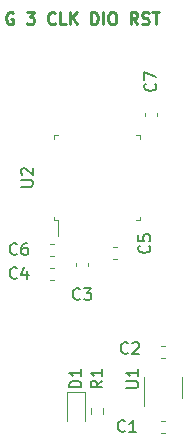
<source format=gto>
%TF.GenerationSoftware,KiCad,Pcbnew,(5.1.10)-1*%
%TF.CreationDate,2021-10-10T23:46:45-04:00*%
%TF.ProjectId,STM_SimpleBreakout,53544d5f-5369-46d7-906c-65427265616b,rev?*%
%TF.SameCoordinates,Original*%
%TF.FileFunction,Legend,Top*%
%TF.FilePolarity,Positive*%
%FSLAX46Y46*%
G04 Gerber Fmt 4.6, Leading zero omitted, Abs format (unit mm)*
G04 Created by KiCad (PCBNEW (5.1.10)-1) date 2021-10-10 23:46:45*
%MOMM*%
%LPD*%
G01*
G04 APERTURE LIST*
%ADD10C,0.254000*%
%ADD11C,0.120000*%
%ADD12C,0.150000*%
%ADD13O,1.700000X1.700000*%
%ADD14R,1.700000X1.700000*%
%ADD15R,0.650000X1.060000*%
G04 APERTURE END LIST*
D10*
X156197904Y-78994000D02*
X156101142Y-78945619D01*
X155956000Y-78945619D01*
X155810857Y-78994000D01*
X155714095Y-79090761D01*
X155665714Y-79187523D01*
X155617333Y-79381047D01*
X155617333Y-79526190D01*
X155665714Y-79719714D01*
X155714095Y-79816476D01*
X155810857Y-79913238D01*
X155956000Y-79961619D01*
X156052761Y-79961619D01*
X156197904Y-79913238D01*
X156246285Y-79864857D01*
X156246285Y-79526190D01*
X156052761Y-79526190D01*
X157359047Y-78945619D02*
X157988000Y-78945619D01*
X157649333Y-79332666D01*
X157794476Y-79332666D01*
X157891238Y-79381047D01*
X157939619Y-79429428D01*
X157988000Y-79526190D01*
X157988000Y-79768095D01*
X157939619Y-79864857D01*
X157891238Y-79913238D01*
X157794476Y-79961619D01*
X157504190Y-79961619D01*
X157407428Y-79913238D01*
X157359047Y-79864857D01*
X159778095Y-79864857D02*
X159729714Y-79913238D01*
X159584571Y-79961619D01*
X159487809Y-79961619D01*
X159342666Y-79913238D01*
X159245904Y-79816476D01*
X159197523Y-79719714D01*
X159149142Y-79526190D01*
X159149142Y-79381047D01*
X159197523Y-79187523D01*
X159245904Y-79090761D01*
X159342666Y-78994000D01*
X159487809Y-78945619D01*
X159584571Y-78945619D01*
X159729714Y-78994000D01*
X159778095Y-79042380D01*
X160697333Y-79961619D02*
X160213523Y-79961619D01*
X160213523Y-78945619D01*
X161036000Y-79961619D02*
X161036000Y-78945619D01*
X161616571Y-79961619D02*
X161181142Y-79381047D01*
X161616571Y-78945619D02*
X161036000Y-79526190D01*
X162826095Y-79961619D02*
X162826095Y-78945619D01*
X163068000Y-78945619D01*
X163213142Y-78994000D01*
X163309904Y-79090761D01*
X163358285Y-79187523D01*
X163406666Y-79381047D01*
X163406666Y-79526190D01*
X163358285Y-79719714D01*
X163309904Y-79816476D01*
X163213142Y-79913238D01*
X163068000Y-79961619D01*
X162826095Y-79961619D01*
X163842095Y-79961619D02*
X163842095Y-78945619D01*
X164519428Y-78945619D02*
X164712952Y-78945619D01*
X164809714Y-78994000D01*
X164906476Y-79090761D01*
X164954857Y-79284285D01*
X164954857Y-79622952D01*
X164906476Y-79816476D01*
X164809714Y-79913238D01*
X164712952Y-79961619D01*
X164519428Y-79961619D01*
X164422666Y-79913238D01*
X164325904Y-79816476D01*
X164277523Y-79622952D01*
X164277523Y-79284285D01*
X164325904Y-79090761D01*
X164422666Y-78994000D01*
X164519428Y-78945619D01*
X166744952Y-79961619D02*
X166406285Y-79477809D01*
X166164380Y-79961619D02*
X166164380Y-78945619D01*
X166551428Y-78945619D01*
X166648190Y-78994000D01*
X166696571Y-79042380D01*
X166744952Y-79139142D01*
X166744952Y-79284285D01*
X166696571Y-79381047D01*
X166648190Y-79429428D01*
X166551428Y-79477809D01*
X166164380Y-79477809D01*
X167132000Y-79913238D02*
X167277142Y-79961619D01*
X167519047Y-79961619D01*
X167615809Y-79913238D01*
X167664190Y-79864857D01*
X167712571Y-79768095D01*
X167712571Y-79671333D01*
X167664190Y-79574571D01*
X167615809Y-79526190D01*
X167519047Y-79477809D01*
X167325523Y-79429428D01*
X167228761Y-79381047D01*
X167180380Y-79332666D01*
X167132000Y-79235904D01*
X167132000Y-79139142D01*
X167180380Y-79042380D01*
X167228761Y-78994000D01*
X167325523Y-78945619D01*
X167567428Y-78945619D01*
X167712571Y-78994000D01*
X168002857Y-78945619D02*
X168583428Y-78945619D01*
X168293142Y-79961619D02*
X168293142Y-78945619D01*
D11*
%TO.C,R1*%
X162799500Y-112476276D02*
X162799500Y-112985724D01*
X163844500Y-112476276D02*
X163844500Y-112985724D01*
%TO.C,D1*%
X160809000Y-111116000D02*
X160809000Y-113576000D01*
X162279000Y-111116000D02*
X160809000Y-111116000D01*
X162279000Y-113576000D02*
X162279000Y-111116000D01*
%TO.C,U2*%
X166932000Y-89654000D02*
X166932000Y-89354000D01*
X166932000Y-89354000D02*
X166632000Y-89354000D01*
X166932000Y-96274000D02*
X166932000Y-96574000D01*
X166932000Y-96574000D02*
X166632000Y-96574000D01*
X159712000Y-89654000D02*
X159712000Y-89354000D01*
X159712000Y-89354000D02*
X160012000Y-89354000D01*
X159712000Y-96274000D02*
X159712000Y-96574000D01*
X159712000Y-96574000D02*
X160012000Y-96574000D01*
X160012000Y-96574000D02*
X160012000Y-97889000D01*
%TO.C,U1*%
X170520000Y-111644000D02*
X170520000Y-109844000D01*
X167300000Y-109844000D02*
X167300000Y-112294000D01*
%TO.C,C7*%
X168404000Y-87483733D02*
X168404000Y-87776267D01*
X167384000Y-87483733D02*
X167384000Y-87776267D01*
%TO.C,C6*%
X159365733Y-98550000D02*
X159658267Y-98550000D01*
X159365733Y-99570000D02*
X159658267Y-99570000D01*
%TO.C,C5*%
X164992267Y-99824000D02*
X164699733Y-99824000D01*
X164992267Y-98804000D02*
X164699733Y-98804000D01*
%TO.C,C4*%
X159365733Y-100582000D02*
X159658267Y-100582000D01*
X159365733Y-101602000D02*
X159658267Y-101602000D01*
%TO.C,C3*%
X161542000Y-100476267D02*
X161542000Y-100183733D01*
X162562000Y-100476267D02*
X162562000Y-100183733D01*
%TO.C,C2*%
X168763733Y-107186000D02*
X169056267Y-107186000D01*
X168763733Y-108206000D02*
X169056267Y-108206000D01*
%TO.C,C1*%
X168763733Y-113536000D02*
X169056267Y-113536000D01*
X168763733Y-114556000D02*
X169056267Y-114556000D01*
%TO.C,R1*%
D12*
X163784380Y-110148666D02*
X163308190Y-110482000D01*
X163784380Y-110720095D02*
X162784380Y-110720095D01*
X162784380Y-110339142D01*
X162832000Y-110243904D01*
X162879619Y-110196285D01*
X162974857Y-110148666D01*
X163117714Y-110148666D01*
X163212952Y-110196285D01*
X163260571Y-110243904D01*
X163308190Y-110339142D01*
X163308190Y-110720095D01*
X163784380Y-109196285D02*
X163784380Y-109767714D01*
X163784380Y-109482000D02*
X162784380Y-109482000D01*
X162927238Y-109577238D01*
X163022476Y-109672476D01*
X163070095Y-109767714D01*
%TO.C,D1*%
X161996380Y-110720095D02*
X160996380Y-110720095D01*
X160996380Y-110482000D01*
X161044000Y-110339142D01*
X161139238Y-110243904D01*
X161234476Y-110196285D01*
X161424952Y-110148666D01*
X161567809Y-110148666D01*
X161758285Y-110196285D01*
X161853523Y-110243904D01*
X161948761Y-110339142D01*
X161996380Y-110482000D01*
X161996380Y-110720095D01*
X161996380Y-109196285D02*
X161996380Y-109767714D01*
X161996380Y-109482000D02*
X160996380Y-109482000D01*
X161139238Y-109577238D01*
X161234476Y-109672476D01*
X161282095Y-109767714D01*
%TO.C,U2*%
X156894380Y-93725904D02*
X157703904Y-93725904D01*
X157799142Y-93678285D01*
X157846761Y-93630666D01*
X157894380Y-93535428D01*
X157894380Y-93344952D01*
X157846761Y-93249714D01*
X157799142Y-93202095D01*
X157703904Y-93154476D01*
X156894380Y-93154476D01*
X156989619Y-92725904D02*
X156942000Y-92678285D01*
X156894380Y-92583047D01*
X156894380Y-92344952D01*
X156942000Y-92249714D01*
X156989619Y-92202095D01*
X157084857Y-92154476D01*
X157180095Y-92154476D01*
X157322952Y-92202095D01*
X157894380Y-92773523D01*
X157894380Y-92154476D01*
%TO.C,U1*%
X165822380Y-110743904D02*
X166631904Y-110743904D01*
X166727142Y-110696285D01*
X166774761Y-110648666D01*
X166822380Y-110553428D01*
X166822380Y-110362952D01*
X166774761Y-110267714D01*
X166727142Y-110220095D01*
X166631904Y-110172476D01*
X165822380Y-110172476D01*
X166822380Y-109172476D02*
X166822380Y-109743904D01*
X166822380Y-109458190D02*
X165822380Y-109458190D01*
X165965238Y-109553428D01*
X166060476Y-109648666D01*
X166108095Y-109743904D01*
%TO.C,C7*%
X168251142Y-85002666D02*
X168298761Y-85050285D01*
X168346380Y-85193142D01*
X168346380Y-85288380D01*
X168298761Y-85431238D01*
X168203523Y-85526476D01*
X168108285Y-85574095D01*
X167917809Y-85621714D01*
X167774952Y-85621714D01*
X167584476Y-85574095D01*
X167489238Y-85526476D01*
X167394000Y-85431238D01*
X167346380Y-85288380D01*
X167346380Y-85193142D01*
X167394000Y-85050285D01*
X167441619Y-85002666D01*
X167346380Y-84669333D02*
X167346380Y-84002666D01*
X168346380Y-84431238D01*
%TO.C,C6*%
X156551333Y-99417142D02*
X156503714Y-99464761D01*
X156360857Y-99512380D01*
X156265619Y-99512380D01*
X156122761Y-99464761D01*
X156027523Y-99369523D01*
X155979904Y-99274285D01*
X155932285Y-99083809D01*
X155932285Y-98940952D01*
X155979904Y-98750476D01*
X156027523Y-98655238D01*
X156122761Y-98560000D01*
X156265619Y-98512380D01*
X156360857Y-98512380D01*
X156503714Y-98560000D01*
X156551333Y-98607619D01*
X157408476Y-98512380D02*
X157218000Y-98512380D01*
X157122761Y-98560000D01*
X157075142Y-98607619D01*
X156979904Y-98750476D01*
X156932285Y-98940952D01*
X156932285Y-99321904D01*
X156979904Y-99417142D01*
X157027523Y-99464761D01*
X157122761Y-99512380D01*
X157313238Y-99512380D01*
X157408476Y-99464761D01*
X157456095Y-99417142D01*
X157503714Y-99321904D01*
X157503714Y-99083809D01*
X157456095Y-98988571D01*
X157408476Y-98940952D01*
X157313238Y-98893333D01*
X157122761Y-98893333D01*
X157027523Y-98940952D01*
X156979904Y-98988571D01*
X156932285Y-99083809D01*
%TO.C,C5*%
X167743142Y-98718666D02*
X167790761Y-98766285D01*
X167838380Y-98909142D01*
X167838380Y-99004380D01*
X167790761Y-99147238D01*
X167695523Y-99242476D01*
X167600285Y-99290095D01*
X167409809Y-99337714D01*
X167266952Y-99337714D01*
X167076476Y-99290095D01*
X166981238Y-99242476D01*
X166886000Y-99147238D01*
X166838380Y-99004380D01*
X166838380Y-98909142D01*
X166886000Y-98766285D01*
X166933619Y-98718666D01*
X166838380Y-97813904D02*
X166838380Y-98290095D01*
X167314571Y-98337714D01*
X167266952Y-98290095D01*
X167219333Y-98194857D01*
X167219333Y-97956761D01*
X167266952Y-97861523D01*
X167314571Y-97813904D01*
X167409809Y-97766285D01*
X167647904Y-97766285D01*
X167743142Y-97813904D01*
X167790761Y-97861523D01*
X167838380Y-97956761D01*
X167838380Y-98194857D01*
X167790761Y-98290095D01*
X167743142Y-98337714D01*
%TO.C,C4*%
X156551333Y-101449142D02*
X156503714Y-101496761D01*
X156360857Y-101544380D01*
X156265619Y-101544380D01*
X156122761Y-101496761D01*
X156027523Y-101401523D01*
X155979904Y-101306285D01*
X155932285Y-101115809D01*
X155932285Y-100972952D01*
X155979904Y-100782476D01*
X156027523Y-100687238D01*
X156122761Y-100592000D01*
X156265619Y-100544380D01*
X156360857Y-100544380D01*
X156503714Y-100592000D01*
X156551333Y-100639619D01*
X157408476Y-100877714D02*
X157408476Y-101544380D01*
X157170380Y-100496761D02*
X156932285Y-101211047D01*
X157551333Y-101211047D01*
%TO.C,C3*%
X161885333Y-103227142D02*
X161837714Y-103274761D01*
X161694857Y-103322380D01*
X161599619Y-103322380D01*
X161456761Y-103274761D01*
X161361523Y-103179523D01*
X161313904Y-103084285D01*
X161266285Y-102893809D01*
X161266285Y-102750952D01*
X161313904Y-102560476D01*
X161361523Y-102465238D01*
X161456761Y-102370000D01*
X161599619Y-102322380D01*
X161694857Y-102322380D01*
X161837714Y-102370000D01*
X161885333Y-102417619D01*
X162218666Y-102322380D02*
X162837714Y-102322380D01*
X162504380Y-102703333D01*
X162647238Y-102703333D01*
X162742476Y-102750952D01*
X162790095Y-102798571D01*
X162837714Y-102893809D01*
X162837714Y-103131904D01*
X162790095Y-103227142D01*
X162742476Y-103274761D01*
X162647238Y-103322380D01*
X162361523Y-103322380D01*
X162266285Y-103274761D01*
X162218666Y-103227142D01*
%TO.C,C2*%
X165949333Y-107799142D02*
X165901714Y-107846761D01*
X165758857Y-107894380D01*
X165663619Y-107894380D01*
X165520761Y-107846761D01*
X165425523Y-107751523D01*
X165377904Y-107656285D01*
X165330285Y-107465809D01*
X165330285Y-107322952D01*
X165377904Y-107132476D01*
X165425523Y-107037238D01*
X165520761Y-106942000D01*
X165663619Y-106894380D01*
X165758857Y-106894380D01*
X165901714Y-106942000D01*
X165949333Y-106989619D01*
X166330285Y-106989619D02*
X166377904Y-106942000D01*
X166473142Y-106894380D01*
X166711238Y-106894380D01*
X166806476Y-106942000D01*
X166854095Y-106989619D01*
X166901714Y-107084857D01*
X166901714Y-107180095D01*
X166854095Y-107322952D01*
X166282666Y-107894380D01*
X166901714Y-107894380D01*
%TO.C,C1*%
X165695333Y-114403142D02*
X165647714Y-114450761D01*
X165504857Y-114498380D01*
X165409619Y-114498380D01*
X165266761Y-114450761D01*
X165171523Y-114355523D01*
X165123904Y-114260285D01*
X165076285Y-114069809D01*
X165076285Y-113926952D01*
X165123904Y-113736476D01*
X165171523Y-113641238D01*
X165266761Y-113546000D01*
X165409619Y-113498380D01*
X165504857Y-113498380D01*
X165647714Y-113546000D01*
X165695333Y-113593619D01*
X166647714Y-114498380D02*
X166076285Y-114498380D01*
X166362000Y-114498380D02*
X166362000Y-113498380D01*
X166266761Y-113641238D01*
X166171523Y-113736476D01*
X166076285Y-113784095D01*
%TD*%
%LPC*%
%TO.C,R1*%
G36*
G01*
X163084500Y-113156000D02*
X163559500Y-113156000D01*
G75*
G02*
X163797000Y-113393500I0J-237500D01*
G01*
X163797000Y-113893500D01*
G75*
G02*
X163559500Y-114131000I-237500J0D01*
G01*
X163084500Y-114131000D01*
G75*
G02*
X162847000Y-113893500I0J237500D01*
G01*
X162847000Y-113393500D01*
G75*
G02*
X163084500Y-113156000I237500J0D01*
G01*
G37*
G36*
G01*
X163084500Y-111331000D02*
X163559500Y-111331000D01*
G75*
G02*
X163797000Y-111568500I0J-237500D01*
G01*
X163797000Y-112068500D01*
G75*
G02*
X163559500Y-112306000I-237500J0D01*
G01*
X163084500Y-112306000D01*
G75*
G02*
X162847000Y-112068500I0J237500D01*
G01*
X162847000Y-111568500D01*
G75*
G02*
X163084500Y-111331000I237500J0D01*
G01*
G37*
%TD*%
%TO.C,D1*%
G36*
G01*
X161306500Y-113126000D02*
X161781500Y-113126000D01*
G75*
G02*
X162019000Y-113363500I0J-237500D01*
G01*
X162019000Y-113938500D01*
G75*
G02*
X161781500Y-114176000I-237500J0D01*
G01*
X161306500Y-114176000D01*
G75*
G02*
X161069000Y-113938500I0J237500D01*
G01*
X161069000Y-113363500D01*
G75*
G02*
X161306500Y-113126000I237500J0D01*
G01*
G37*
G36*
G01*
X161306500Y-111376000D02*
X161781500Y-111376000D01*
G75*
G02*
X162019000Y-111613500I0J-237500D01*
G01*
X162019000Y-112188500D01*
G75*
G02*
X161781500Y-112426000I-237500J0D01*
G01*
X161306500Y-112426000D01*
G75*
G02*
X161069000Y-112188500I0J237500D01*
G01*
X161069000Y-111613500D01*
G75*
G02*
X161306500Y-111376000I237500J0D01*
G01*
G37*
%TD*%
%TO.C,U2*%
G36*
G01*
X159772000Y-96014000D02*
X158522000Y-96014000D01*
G75*
G02*
X158397000Y-95889000I0J125000D01*
G01*
X158397000Y-95639000D01*
G75*
G02*
X158522000Y-95514000I125000J0D01*
G01*
X159772000Y-95514000D01*
G75*
G02*
X159897000Y-95639000I0J-125000D01*
G01*
X159897000Y-95889000D01*
G75*
G02*
X159772000Y-96014000I-125000J0D01*
G01*
G37*
G36*
G01*
X159772000Y-95214000D02*
X158522000Y-95214000D01*
G75*
G02*
X158397000Y-95089000I0J125000D01*
G01*
X158397000Y-94839000D01*
G75*
G02*
X158522000Y-94714000I125000J0D01*
G01*
X159772000Y-94714000D01*
G75*
G02*
X159897000Y-94839000I0J-125000D01*
G01*
X159897000Y-95089000D01*
G75*
G02*
X159772000Y-95214000I-125000J0D01*
G01*
G37*
G36*
G01*
X159772000Y-94414000D02*
X158522000Y-94414000D01*
G75*
G02*
X158397000Y-94289000I0J125000D01*
G01*
X158397000Y-94039000D01*
G75*
G02*
X158522000Y-93914000I125000J0D01*
G01*
X159772000Y-93914000D01*
G75*
G02*
X159897000Y-94039000I0J-125000D01*
G01*
X159897000Y-94289000D01*
G75*
G02*
X159772000Y-94414000I-125000J0D01*
G01*
G37*
G36*
G01*
X159772000Y-93614000D02*
X158522000Y-93614000D01*
G75*
G02*
X158397000Y-93489000I0J125000D01*
G01*
X158397000Y-93239000D01*
G75*
G02*
X158522000Y-93114000I125000J0D01*
G01*
X159772000Y-93114000D01*
G75*
G02*
X159897000Y-93239000I0J-125000D01*
G01*
X159897000Y-93489000D01*
G75*
G02*
X159772000Y-93614000I-125000J0D01*
G01*
G37*
G36*
G01*
X159772000Y-92814000D02*
X158522000Y-92814000D01*
G75*
G02*
X158397000Y-92689000I0J125000D01*
G01*
X158397000Y-92439000D01*
G75*
G02*
X158522000Y-92314000I125000J0D01*
G01*
X159772000Y-92314000D01*
G75*
G02*
X159897000Y-92439000I0J-125000D01*
G01*
X159897000Y-92689000D01*
G75*
G02*
X159772000Y-92814000I-125000J0D01*
G01*
G37*
G36*
G01*
X159772000Y-92014000D02*
X158522000Y-92014000D01*
G75*
G02*
X158397000Y-91889000I0J125000D01*
G01*
X158397000Y-91639000D01*
G75*
G02*
X158522000Y-91514000I125000J0D01*
G01*
X159772000Y-91514000D01*
G75*
G02*
X159897000Y-91639000I0J-125000D01*
G01*
X159897000Y-91889000D01*
G75*
G02*
X159772000Y-92014000I-125000J0D01*
G01*
G37*
G36*
G01*
X159772000Y-91214000D02*
X158522000Y-91214000D01*
G75*
G02*
X158397000Y-91089000I0J125000D01*
G01*
X158397000Y-90839000D01*
G75*
G02*
X158522000Y-90714000I125000J0D01*
G01*
X159772000Y-90714000D01*
G75*
G02*
X159897000Y-90839000I0J-125000D01*
G01*
X159897000Y-91089000D01*
G75*
G02*
X159772000Y-91214000I-125000J0D01*
G01*
G37*
G36*
G01*
X159772000Y-90414000D02*
X158522000Y-90414000D01*
G75*
G02*
X158397000Y-90289000I0J125000D01*
G01*
X158397000Y-90039000D01*
G75*
G02*
X158522000Y-89914000I125000J0D01*
G01*
X159772000Y-89914000D01*
G75*
G02*
X159897000Y-90039000I0J-125000D01*
G01*
X159897000Y-90289000D01*
G75*
G02*
X159772000Y-90414000I-125000J0D01*
G01*
G37*
G36*
G01*
X160647000Y-89539000D02*
X160397000Y-89539000D01*
G75*
G02*
X160272000Y-89414000I0J125000D01*
G01*
X160272000Y-88164000D01*
G75*
G02*
X160397000Y-88039000I125000J0D01*
G01*
X160647000Y-88039000D01*
G75*
G02*
X160772000Y-88164000I0J-125000D01*
G01*
X160772000Y-89414000D01*
G75*
G02*
X160647000Y-89539000I-125000J0D01*
G01*
G37*
G36*
G01*
X161447000Y-89539000D02*
X161197000Y-89539000D01*
G75*
G02*
X161072000Y-89414000I0J125000D01*
G01*
X161072000Y-88164000D01*
G75*
G02*
X161197000Y-88039000I125000J0D01*
G01*
X161447000Y-88039000D01*
G75*
G02*
X161572000Y-88164000I0J-125000D01*
G01*
X161572000Y-89414000D01*
G75*
G02*
X161447000Y-89539000I-125000J0D01*
G01*
G37*
G36*
G01*
X162247000Y-89539000D02*
X161997000Y-89539000D01*
G75*
G02*
X161872000Y-89414000I0J125000D01*
G01*
X161872000Y-88164000D01*
G75*
G02*
X161997000Y-88039000I125000J0D01*
G01*
X162247000Y-88039000D01*
G75*
G02*
X162372000Y-88164000I0J-125000D01*
G01*
X162372000Y-89414000D01*
G75*
G02*
X162247000Y-89539000I-125000J0D01*
G01*
G37*
G36*
G01*
X163047000Y-89539000D02*
X162797000Y-89539000D01*
G75*
G02*
X162672000Y-89414000I0J125000D01*
G01*
X162672000Y-88164000D01*
G75*
G02*
X162797000Y-88039000I125000J0D01*
G01*
X163047000Y-88039000D01*
G75*
G02*
X163172000Y-88164000I0J-125000D01*
G01*
X163172000Y-89414000D01*
G75*
G02*
X163047000Y-89539000I-125000J0D01*
G01*
G37*
G36*
G01*
X163847000Y-89539000D02*
X163597000Y-89539000D01*
G75*
G02*
X163472000Y-89414000I0J125000D01*
G01*
X163472000Y-88164000D01*
G75*
G02*
X163597000Y-88039000I125000J0D01*
G01*
X163847000Y-88039000D01*
G75*
G02*
X163972000Y-88164000I0J-125000D01*
G01*
X163972000Y-89414000D01*
G75*
G02*
X163847000Y-89539000I-125000J0D01*
G01*
G37*
G36*
G01*
X164647000Y-89539000D02*
X164397000Y-89539000D01*
G75*
G02*
X164272000Y-89414000I0J125000D01*
G01*
X164272000Y-88164000D01*
G75*
G02*
X164397000Y-88039000I125000J0D01*
G01*
X164647000Y-88039000D01*
G75*
G02*
X164772000Y-88164000I0J-125000D01*
G01*
X164772000Y-89414000D01*
G75*
G02*
X164647000Y-89539000I-125000J0D01*
G01*
G37*
G36*
G01*
X165447000Y-89539000D02*
X165197000Y-89539000D01*
G75*
G02*
X165072000Y-89414000I0J125000D01*
G01*
X165072000Y-88164000D01*
G75*
G02*
X165197000Y-88039000I125000J0D01*
G01*
X165447000Y-88039000D01*
G75*
G02*
X165572000Y-88164000I0J-125000D01*
G01*
X165572000Y-89414000D01*
G75*
G02*
X165447000Y-89539000I-125000J0D01*
G01*
G37*
G36*
G01*
X166247000Y-89539000D02*
X165997000Y-89539000D01*
G75*
G02*
X165872000Y-89414000I0J125000D01*
G01*
X165872000Y-88164000D01*
G75*
G02*
X165997000Y-88039000I125000J0D01*
G01*
X166247000Y-88039000D01*
G75*
G02*
X166372000Y-88164000I0J-125000D01*
G01*
X166372000Y-89414000D01*
G75*
G02*
X166247000Y-89539000I-125000J0D01*
G01*
G37*
G36*
G01*
X168122000Y-90414000D02*
X166872000Y-90414000D01*
G75*
G02*
X166747000Y-90289000I0J125000D01*
G01*
X166747000Y-90039000D01*
G75*
G02*
X166872000Y-89914000I125000J0D01*
G01*
X168122000Y-89914000D01*
G75*
G02*
X168247000Y-90039000I0J-125000D01*
G01*
X168247000Y-90289000D01*
G75*
G02*
X168122000Y-90414000I-125000J0D01*
G01*
G37*
G36*
G01*
X168122000Y-91214000D02*
X166872000Y-91214000D01*
G75*
G02*
X166747000Y-91089000I0J125000D01*
G01*
X166747000Y-90839000D01*
G75*
G02*
X166872000Y-90714000I125000J0D01*
G01*
X168122000Y-90714000D01*
G75*
G02*
X168247000Y-90839000I0J-125000D01*
G01*
X168247000Y-91089000D01*
G75*
G02*
X168122000Y-91214000I-125000J0D01*
G01*
G37*
G36*
G01*
X168122000Y-92014000D02*
X166872000Y-92014000D01*
G75*
G02*
X166747000Y-91889000I0J125000D01*
G01*
X166747000Y-91639000D01*
G75*
G02*
X166872000Y-91514000I125000J0D01*
G01*
X168122000Y-91514000D01*
G75*
G02*
X168247000Y-91639000I0J-125000D01*
G01*
X168247000Y-91889000D01*
G75*
G02*
X168122000Y-92014000I-125000J0D01*
G01*
G37*
G36*
G01*
X168122000Y-92814000D02*
X166872000Y-92814000D01*
G75*
G02*
X166747000Y-92689000I0J125000D01*
G01*
X166747000Y-92439000D01*
G75*
G02*
X166872000Y-92314000I125000J0D01*
G01*
X168122000Y-92314000D01*
G75*
G02*
X168247000Y-92439000I0J-125000D01*
G01*
X168247000Y-92689000D01*
G75*
G02*
X168122000Y-92814000I-125000J0D01*
G01*
G37*
G36*
G01*
X168122000Y-93614000D02*
X166872000Y-93614000D01*
G75*
G02*
X166747000Y-93489000I0J125000D01*
G01*
X166747000Y-93239000D01*
G75*
G02*
X166872000Y-93114000I125000J0D01*
G01*
X168122000Y-93114000D01*
G75*
G02*
X168247000Y-93239000I0J-125000D01*
G01*
X168247000Y-93489000D01*
G75*
G02*
X168122000Y-93614000I-125000J0D01*
G01*
G37*
G36*
G01*
X168122000Y-94414000D02*
X166872000Y-94414000D01*
G75*
G02*
X166747000Y-94289000I0J125000D01*
G01*
X166747000Y-94039000D01*
G75*
G02*
X166872000Y-93914000I125000J0D01*
G01*
X168122000Y-93914000D01*
G75*
G02*
X168247000Y-94039000I0J-125000D01*
G01*
X168247000Y-94289000D01*
G75*
G02*
X168122000Y-94414000I-125000J0D01*
G01*
G37*
G36*
G01*
X168122000Y-95214000D02*
X166872000Y-95214000D01*
G75*
G02*
X166747000Y-95089000I0J125000D01*
G01*
X166747000Y-94839000D01*
G75*
G02*
X166872000Y-94714000I125000J0D01*
G01*
X168122000Y-94714000D01*
G75*
G02*
X168247000Y-94839000I0J-125000D01*
G01*
X168247000Y-95089000D01*
G75*
G02*
X168122000Y-95214000I-125000J0D01*
G01*
G37*
G36*
G01*
X168122000Y-96014000D02*
X166872000Y-96014000D01*
G75*
G02*
X166747000Y-95889000I0J125000D01*
G01*
X166747000Y-95639000D01*
G75*
G02*
X166872000Y-95514000I125000J0D01*
G01*
X168122000Y-95514000D01*
G75*
G02*
X168247000Y-95639000I0J-125000D01*
G01*
X168247000Y-95889000D01*
G75*
G02*
X168122000Y-96014000I-125000J0D01*
G01*
G37*
G36*
G01*
X166247000Y-97889000D02*
X165997000Y-97889000D01*
G75*
G02*
X165872000Y-97764000I0J125000D01*
G01*
X165872000Y-96514000D01*
G75*
G02*
X165997000Y-96389000I125000J0D01*
G01*
X166247000Y-96389000D01*
G75*
G02*
X166372000Y-96514000I0J-125000D01*
G01*
X166372000Y-97764000D01*
G75*
G02*
X166247000Y-97889000I-125000J0D01*
G01*
G37*
G36*
G01*
X165447000Y-97889000D02*
X165197000Y-97889000D01*
G75*
G02*
X165072000Y-97764000I0J125000D01*
G01*
X165072000Y-96514000D01*
G75*
G02*
X165197000Y-96389000I125000J0D01*
G01*
X165447000Y-96389000D01*
G75*
G02*
X165572000Y-96514000I0J-125000D01*
G01*
X165572000Y-97764000D01*
G75*
G02*
X165447000Y-97889000I-125000J0D01*
G01*
G37*
G36*
G01*
X164647000Y-97889000D02*
X164397000Y-97889000D01*
G75*
G02*
X164272000Y-97764000I0J125000D01*
G01*
X164272000Y-96514000D01*
G75*
G02*
X164397000Y-96389000I125000J0D01*
G01*
X164647000Y-96389000D01*
G75*
G02*
X164772000Y-96514000I0J-125000D01*
G01*
X164772000Y-97764000D01*
G75*
G02*
X164647000Y-97889000I-125000J0D01*
G01*
G37*
G36*
G01*
X163847000Y-97889000D02*
X163597000Y-97889000D01*
G75*
G02*
X163472000Y-97764000I0J125000D01*
G01*
X163472000Y-96514000D01*
G75*
G02*
X163597000Y-96389000I125000J0D01*
G01*
X163847000Y-96389000D01*
G75*
G02*
X163972000Y-96514000I0J-125000D01*
G01*
X163972000Y-97764000D01*
G75*
G02*
X163847000Y-97889000I-125000J0D01*
G01*
G37*
G36*
G01*
X163047000Y-97889000D02*
X162797000Y-97889000D01*
G75*
G02*
X162672000Y-97764000I0J125000D01*
G01*
X162672000Y-96514000D01*
G75*
G02*
X162797000Y-96389000I125000J0D01*
G01*
X163047000Y-96389000D01*
G75*
G02*
X163172000Y-96514000I0J-125000D01*
G01*
X163172000Y-97764000D01*
G75*
G02*
X163047000Y-97889000I-125000J0D01*
G01*
G37*
G36*
G01*
X162247000Y-97889000D02*
X161997000Y-97889000D01*
G75*
G02*
X161872000Y-97764000I0J125000D01*
G01*
X161872000Y-96514000D01*
G75*
G02*
X161997000Y-96389000I125000J0D01*
G01*
X162247000Y-96389000D01*
G75*
G02*
X162372000Y-96514000I0J-125000D01*
G01*
X162372000Y-97764000D01*
G75*
G02*
X162247000Y-97889000I-125000J0D01*
G01*
G37*
G36*
G01*
X161447000Y-97889000D02*
X161197000Y-97889000D01*
G75*
G02*
X161072000Y-97764000I0J125000D01*
G01*
X161072000Y-96514000D01*
G75*
G02*
X161197000Y-96389000I125000J0D01*
G01*
X161447000Y-96389000D01*
G75*
G02*
X161572000Y-96514000I0J-125000D01*
G01*
X161572000Y-97764000D01*
G75*
G02*
X161447000Y-97889000I-125000J0D01*
G01*
G37*
G36*
G01*
X160647000Y-97889000D02*
X160397000Y-97889000D01*
G75*
G02*
X160272000Y-97764000I0J125000D01*
G01*
X160272000Y-96514000D01*
G75*
G02*
X160397000Y-96389000I125000J0D01*
G01*
X160647000Y-96389000D01*
G75*
G02*
X160772000Y-96514000I0J-125000D01*
G01*
X160772000Y-97764000D01*
G75*
G02*
X160647000Y-97889000I-125000J0D01*
G01*
G37*
%TD*%
D13*
%TO.C,J2*%
X152400000Y-114300000D03*
X152400000Y-111760000D03*
X152400000Y-109220000D03*
X152400000Y-106680000D03*
X152400000Y-104140000D03*
X152400000Y-101600000D03*
X152400000Y-99060000D03*
X152400000Y-96520000D03*
X152400000Y-93980000D03*
X152400000Y-91440000D03*
X152400000Y-88900000D03*
X152400000Y-86360000D03*
X152400000Y-83820000D03*
X152400000Y-81280000D03*
X152400000Y-78740000D03*
D14*
X152400000Y-76200000D03*
%TD*%
D15*
%TO.C,U1*%
X167960000Y-109644000D03*
X169860000Y-109644000D03*
X169860000Y-111844000D03*
X168910000Y-111844000D03*
X167960000Y-111844000D03*
%TD*%
D13*
%TO.C,J3*%
X172720000Y-114300000D03*
X172720000Y-111760000D03*
X172720000Y-109220000D03*
X172720000Y-106680000D03*
X172720000Y-104140000D03*
X172720000Y-101600000D03*
X172720000Y-99060000D03*
X172720000Y-96520000D03*
X172720000Y-93980000D03*
X172720000Y-91440000D03*
X172720000Y-88900000D03*
X172720000Y-86360000D03*
X172720000Y-83820000D03*
X172720000Y-81280000D03*
X172720000Y-78740000D03*
D14*
X172720000Y-76200000D03*
%TD*%
D13*
%TO.C,J1*%
X156210000Y-76708000D03*
X158750000Y-76708000D03*
X161290000Y-76708000D03*
X163830000Y-76708000D03*
D14*
X166370000Y-76708000D03*
%TD*%
%TO.C,C7*%
G36*
G01*
X167656500Y-87955000D02*
X168131500Y-87955000D01*
G75*
G02*
X168369000Y-88192500I0J-237500D01*
G01*
X168369000Y-88792500D01*
G75*
G02*
X168131500Y-89030000I-237500J0D01*
G01*
X167656500Y-89030000D01*
G75*
G02*
X167419000Y-88792500I0J237500D01*
G01*
X167419000Y-88192500D01*
G75*
G02*
X167656500Y-87955000I237500J0D01*
G01*
G37*
G36*
G01*
X167656500Y-86230000D02*
X168131500Y-86230000D01*
G75*
G02*
X168369000Y-86467500I0J-237500D01*
G01*
X168369000Y-87067500D01*
G75*
G02*
X168131500Y-87305000I-237500J0D01*
G01*
X167656500Y-87305000D01*
G75*
G02*
X167419000Y-87067500I0J237500D01*
G01*
X167419000Y-86467500D01*
G75*
G02*
X167656500Y-86230000I237500J0D01*
G01*
G37*
%TD*%
%TO.C,C6*%
G36*
G01*
X159837000Y-99297500D02*
X159837000Y-98822500D01*
G75*
G02*
X160074500Y-98585000I237500J0D01*
G01*
X160674500Y-98585000D01*
G75*
G02*
X160912000Y-98822500I0J-237500D01*
G01*
X160912000Y-99297500D01*
G75*
G02*
X160674500Y-99535000I-237500J0D01*
G01*
X160074500Y-99535000D01*
G75*
G02*
X159837000Y-99297500I0J237500D01*
G01*
G37*
G36*
G01*
X158112000Y-99297500D02*
X158112000Y-98822500D01*
G75*
G02*
X158349500Y-98585000I237500J0D01*
G01*
X158949500Y-98585000D01*
G75*
G02*
X159187000Y-98822500I0J-237500D01*
G01*
X159187000Y-99297500D01*
G75*
G02*
X158949500Y-99535000I-237500J0D01*
G01*
X158349500Y-99535000D01*
G75*
G02*
X158112000Y-99297500I0J237500D01*
G01*
G37*
%TD*%
%TO.C,C5*%
G36*
G01*
X164521000Y-99076500D02*
X164521000Y-99551500D01*
G75*
G02*
X164283500Y-99789000I-237500J0D01*
G01*
X163683500Y-99789000D01*
G75*
G02*
X163446000Y-99551500I0J237500D01*
G01*
X163446000Y-99076500D01*
G75*
G02*
X163683500Y-98839000I237500J0D01*
G01*
X164283500Y-98839000D01*
G75*
G02*
X164521000Y-99076500I0J-237500D01*
G01*
G37*
G36*
G01*
X166246000Y-99076500D02*
X166246000Y-99551500D01*
G75*
G02*
X166008500Y-99789000I-237500J0D01*
G01*
X165408500Y-99789000D01*
G75*
G02*
X165171000Y-99551500I0J237500D01*
G01*
X165171000Y-99076500D01*
G75*
G02*
X165408500Y-98839000I237500J0D01*
G01*
X166008500Y-98839000D01*
G75*
G02*
X166246000Y-99076500I0J-237500D01*
G01*
G37*
%TD*%
%TO.C,C4*%
G36*
G01*
X159837000Y-101329500D02*
X159837000Y-100854500D01*
G75*
G02*
X160074500Y-100617000I237500J0D01*
G01*
X160674500Y-100617000D01*
G75*
G02*
X160912000Y-100854500I0J-237500D01*
G01*
X160912000Y-101329500D01*
G75*
G02*
X160674500Y-101567000I-237500J0D01*
G01*
X160074500Y-101567000D01*
G75*
G02*
X159837000Y-101329500I0J237500D01*
G01*
G37*
G36*
G01*
X158112000Y-101329500D02*
X158112000Y-100854500D01*
G75*
G02*
X158349500Y-100617000I237500J0D01*
G01*
X158949500Y-100617000D01*
G75*
G02*
X159187000Y-100854500I0J-237500D01*
G01*
X159187000Y-101329500D01*
G75*
G02*
X158949500Y-101567000I-237500J0D01*
G01*
X158349500Y-101567000D01*
G75*
G02*
X158112000Y-101329500I0J237500D01*
G01*
G37*
%TD*%
%TO.C,C3*%
G36*
G01*
X162289500Y-100005000D02*
X161814500Y-100005000D01*
G75*
G02*
X161577000Y-99767500I0J237500D01*
G01*
X161577000Y-99167500D01*
G75*
G02*
X161814500Y-98930000I237500J0D01*
G01*
X162289500Y-98930000D01*
G75*
G02*
X162527000Y-99167500I0J-237500D01*
G01*
X162527000Y-99767500D01*
G75*
G02*
X162289500Y-100005000I-237500J0D01*
G01*
G37*
G36*
G01*
X162289500Y-101730000D02*
X161814500Y-101730000D01*
G75*
G02*
X161577000Y-101492500I0J237500D01*
G01*
X161577000Y-100892500D01*
G75*
G02*
X161814500Y-100655000I237500J0D01*
G01*
X162289500Y-100655000D01*
G75*
G02*
X162527000Y-100892500I0J-237500D01*
G01*
X162527000Y-101492500D01*
G75*
G02*
X162289500Y-101730000I-237500J0D01*
G01*
G37*
%TD*%
%TO.C,C2*%
G36*
G01*
X169235000Y-107933500D02*
X169235000Y-107458500D01*
G75*
G02*
X169472500Y-107221000I237500J0D01*
G01*
X170072500Y-107221000D01*
G75*
G02*
X170310000Y-107458500I0J-237500D01*
G01*
X170310000Y-107933500D01*
G75*
G02*
X170072500Y-108171000I-237500J0D01*
G01*
X169472500Y-108171000D01*
G75*
G02*
X169235000Y-107933500I0J237500D01*
G01*
G37*
G36*
G01*
X167510000Y-107933500D02*
X167510000Y-107458500D01*
G75*
G02*
X167747500Y-107221000I237500J0D01*
G01*
X168347500Y-107221000D01*
G75*
G02*
X168585000Y-107458500I0J-237500D01*
G01*
X168585000Y-107933500D01*
G75*
G02*
X168347500Y-108171000I-237500J0D01*
G01*
X167747500Y-108171000D01*
G75*
G02*
X167510000Y-107933500I0J237500D01*
G01*
G37*
%TD*%
%TO.C,C1*%
G36*
G01*
X169235000Y-114283500D02*
X169235000Y-113808500D01*
G75*
G02*
X169472500Y-113571000I237500J0D01*
G01*
X170072500Y-113571000D01*
G75*
G02*
X170310000Y-113808500I0J-237500D01*
G01*
X170310000Y-114283500D01*
G75*
G02*
X170072500Y-114521000I-237500J0D01*
G01*
X169472500Y-114521000D01*
G75*
G02*
X169235000Y-114283500I0J237500D01*
G01*
G37*
G36*
G01*
X167510000Y-114283500D02*
X167510000Y-113808500D01*
G75*
G02*
X167747500Y-113571000I237500J0D01*
G01*
X168347500Y-113571000D01*
G75*
G02*
X168585000Y-113808500I0J-237500D01*
G01*
X168585000Y-114283500D01*
G75*
G02*
X168347500Y-114521000I-237500J0D01*
G01*
X167747500Y-114521000D01*
G75*
G02*
X167510000Y-114283500I0J237500D01*
G01*
G37*
%TD*%
M02*

</source>
